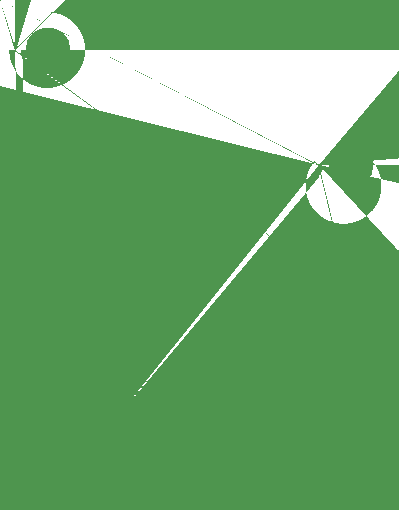
<source format=gbr>
%TF.GenerationSoftware,KiCad,Pcbnew,(6.0.4-0)*%
%TF.CreationDate,2022-06-24T15:38:15+02:00*%
%TF.ProjectId,GlowTubeLEDconnectorB_PCB,476c6f77-5475-4626-954c-4544636f6e6e,rev?*%
%TF.SameCoordinates,Original*%
%TF.FileFunction,Soldermask,Top*%
%TF.FilePolarity,Negative*%
%FSLAX46Y46*%
G04 Gerber Fmt 4.6, Leading zero omitted, Abs format (unit mm)*
G04 Created by KiCad (PCBNEW (6.0.4-0)) date 2022-06-24 15:38:15*
%MOMM*%
%LPD*%
G01*
G04 APERTURE LIST*
G04 Aperture macros list*
%AMFreePoly0*
4,1,112,3.105582,3.191654,3.458980,3.129341,3.803230,3.028022,4.134041,2.888962,4.447289,2.713894,4.739071,2.504999,5.005748,2.264881,5.243998,1.996534,5.450851,1.703301,5.623729,1.388838,5.760476,1.057065,5.859388,0.712116,5.919233,0.358291,5.939265,0.000000,5.938012,-0.089748,5.907984,-0.447339,5.838283,-0.799355,5.729777,-1.141408,5.583820,-1.469234,5.402230,-1.778747,
5.187270,-2.066090,4.941620,-2.327680,4.668342,-2.560258,4.370841,-2.760925,4.052827,-2.927179,3.718263,-3.056948,3.371318,-3.148614,3.016317,-3.201036,2.657686,-3.213560,2.299893,-3.186029,1.947399,-3.118788,1.604597,-3.012673,1.275760,-2.869007,0.964987,-2.689582,0.676150,-2.476634,0.412851,-2.232816,0.178371,-1.961168,-0.024367,-1.665076,-0.192837,-1.348230,-0.324939,-1.014580,
-0.419026,-0.668283,-0.473925,-0.313657,-0.481420,-0.134825,-0.481581,-0.134460,-0.499164,0.000000,0.505984,0.000000,0.524968,-0.289640,0.581595,-0.574324,0.674897,-0.849181,0.803276,-1.109508,0.964536,-1.350851,1.155919,-1.569081,1.374149,-1.760464,1.615492,-1.921724,1.875819,-2.050103,2.150676,-2.143405,2.435360,-2.200032,2.725000,-2.219016,3.014640,-2.200032,3.299324,-2.143405,
3.574181,-2.050103,3.834508,-1.921724,4.075851,-1.760464,4.294081,-1.569081,4.485464,-1.350851,4.646724,-1.109508,4.775103,-0.849181,4.868405,-0.574324,4.925032,-0.289640,4.944016,0.000000,4.925032,0.289640,4.868405,0.574324,4.775103,0.849181,4.646724,1.109508,4.485464,1.350851,4.294081,1.569081,4.075851,1.760464,3.834508,1.921724,3.574181,2.050103,3.299324,2.143405,
3.014640,2.200032,2.725000,2.219016,2.435360,2.200032,2.150676,2.143405,1.875819,2.050103,1.615492,1.921724,1.374149,1.760464,1.155919,1.569081,0.964536,1.350851,0.803276,1.109508,0.674897,0.849181,0.581595,0.574324,0.524968,0.289640,0.505984,0.000000,-0.499164,0.000000,-0.499963,0.006109,-0.484897,0.102868,-0.463920,0.402854,-0.399140,0.755809,-0.295421,1.099343,
-0.154055,1.429175,0.023196,1.741194,0.234123,2.031510,0.476097,2.296505,0.746101,2.532875,1.040770,2.737676,1.356433,2.908354,1.689153,3.042782,2.034784,3.139284,2.389018,3.196657,2.747440,3.214187,3.105582,3.191654,3.105582,3.191654,$1*%
G04 Aperture macros list end*
%ADD10C,3.800000*%
%ADD11FreePoly0,0.000000*%
G04 APERTURE END LIST*
D10*
%TO.C,U4*%
X89949970Y-66882540D03*
D11*
X87222200Y-66880000D03*
%TD*%
D10*
%TO.C,U3*%
X115660000Y-76630000D03*
D11*
X112932230Y-76627460D03*
%TD*%
M02*

</source>
